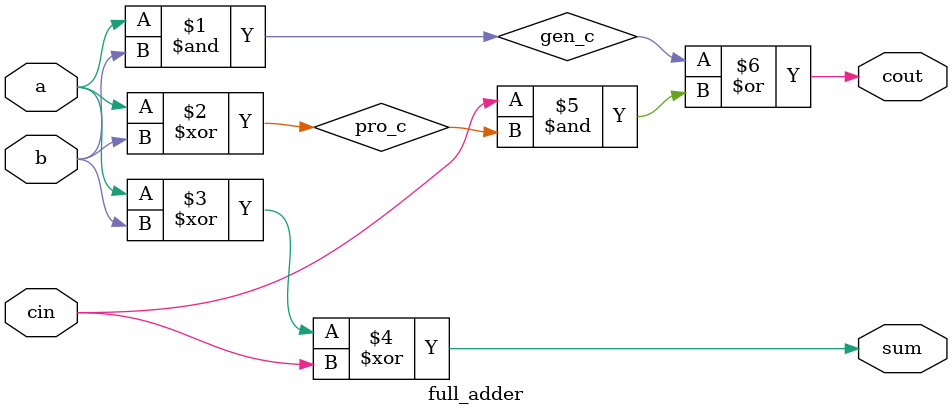
<source format=v>
module full_adder(
    input  a   , 
    input  b   , 
    input  cin ,
    output sum , 
    output cout
);

wire gen_c;
wire pro_c;

assign gen_c = a & b;               // Generate carry
assign pro_c = a ^ b;               // Propagate carry

assign sum  = a ^ b ^ cin;               // Sum  = a xor b xor cin
assign cout = gen_c | (cin & pro_c);     // Cout = g or (p and cin)

endmodule
</source>
